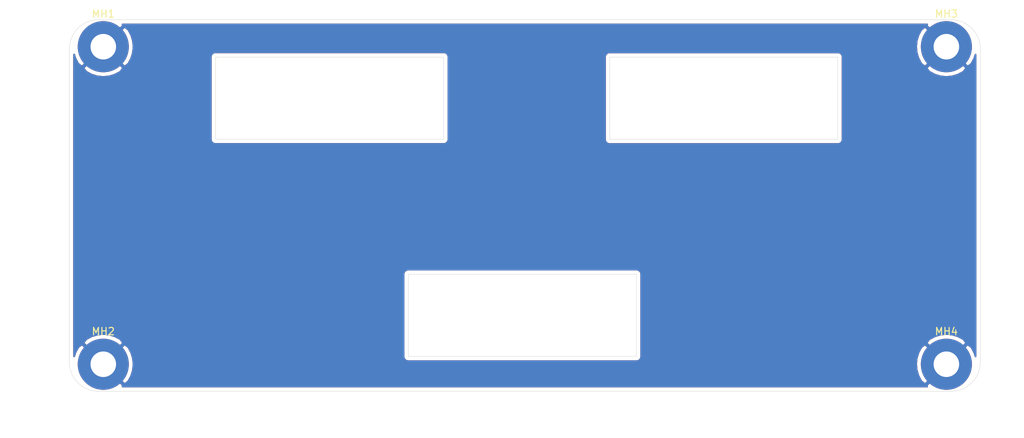
<source format=kicad_pcb>
(kicad_pcb (version 20171130) (host pcbnew "(5.1.9)-1")

  (general
    (thickness 1.6)
    (drawings 20)
    (tracks 0)
    (zones 0)
    (modules 4)
    (nets 2)
  )

  (page A4)
  (layers
    (0 F.Cu signal)
    (31 B.Cu signal)
    (32 B.Adhes user)
    (33 F.Adhes user)
    (34 B.Paste user)
    (35 F.Paste user)
    (36 B.SilkS user)
    (37 F.SilkS user)
    (38 B.Mask user)
    (39 F.Mask user)
    (40 Dwgs.User user)
    (41 Cmts.User user)
    (42 Eco1.User user)
    (43 Eco2.User user)
    (44 Edge.Cuts user)
    (45 Margin user)
    (46 B.CrtYd user)
    (47 F.CrtYd user)
    (48 B.Fab user)
    (49 F.Fab user)
  )

  (setup
    (last_trace_width 0.25)
    (trace_clearance 0.2)
    (zone_clearance 0.508)
    (zone_45_only no)
    (trace_min 0.2)
    (via_size 0.8)
    (via_drill 0.4)
    (via_min_size 0.4)
    (via_min_drill 0.3)
    (uvia_size 0.3)
    (uvia_drill 0.1)
    (uvias_allowed no)
    (uvia_min_size 0.2)
    (uvia_min_drill 0.1)
    (edge_width 0.05)
    (segment_width 0.2)
    (pcb_text_width 0.3)
    (pcb_text_size 1.5 1.5)
    (mod_edge_width 0.12)
    (mod_text_size 1 1)
    (mod_text_width 0.15)
    (pad_size 1.524 1.524)
    (pad_drill 0.762)
    (pad_to_mask_clearance 0)
    (aux_axis_origin 0 0)
    (visible_elements 7FFFFFFF)
    (pcbplotparams
      (layerselection 0x010fc_ffffffff)
      (usegerberextensions true)
      (usegerberattributes false)
      (usegerberadvancedattributes false)
      (creategerberjobfile false)
      (excludeedgelayer true)
      (linewidth 0.100000)
      (plotframeref false)
      (viasonmask false)
      (mode 1)
      (useauxorigin false)
      (hpglpennumber 1)
      (hpglpenspeed 20)
      (hpglpendiameter 15.000000)
      (psnegative false)
      (psa4output false)
      (plotreference true)
      (plotvalue false)
      (plotinvisibletext false)
      (padsonsilk false)
      (subtractmaskfromsilk true)
      (outputformat 1)
      (mirror false)
      (drillshape 0)
      (scaleselection 1)
      (outputdirectory "Gerber/"))
  )

  (net 0 "")
  (net 1 GND)

  (net_class Default "This is the default net class."
    (clearance 0.2)
    (trace_width 0.25)
    (via_dia 0.8)
    (via_drill 0.4)
    (uvia_dia 0.3)
    (uvia_drill 0.1)
    (add_net GND)
  )

  (module MountingHole:MountingHole_3.5mm_Pad (layer F.Cu) (tedit 56D1B4CB) (tstamp 61DF18A1)
    (at 4.65 3.7)
    (descr "Mounting Hole 3.5mm")
    (tags "mounting hole 3.5mm")
    (path /61DF182B)
    (attr virtual)
    (fp_text reference MH1 (at 0 -4.5) (layer F.SilkS)
      (effects (font (size 1 1) (thickness 0.15)))
    )
    (fp_text value MountingHole (at 0 4.5) (layer F.Fab)
      (effects (font (size 1 1) (thickness 0.15)))
    )
    (fp_circle (center 0 0) (end 3.75 0) (layer F.CrtYd) (width 0.05))
    (fp_circle (center 0 0) (end 3.5 0) (layer Cmts.User) (width 0.15))
    (fp_text user %R (at 0.3 0) (layer F.Fab)
      (effects (font (size 1 1) (thickness 0.15)))
    )
    (pad 1 thru_hole circle (at 0 0) (size 7 7) (drill 3.5) (layers *.Cu *.Mask)
      (net 1 GND))
  )

  (module MountingHole:MountingHole_3.5mm_Pad (layer F.Cu) (tedit 56D1B4CB) (tstamp 61DF18A9)
    (at 4.65 47.2)
    (descr "Mounting Hole 3.5mm")
    (tags "mounting hole 3.5mm")
    (path /61DF2A39)
    (attr virtual)
    (fp_text reference MH2 (at 0 -4.5) (layer F.SilkS)
      (effects (font (size 1 1) (thickness 0.15)))
    )
    (fp_text value MountingHole (at 0 4.5) (layer F.Fab)
      (effects (font (size 1 1) (thickness 0.15)))
    )
    (fp_text user %R (at 0.3 0) (layer F.Fab)
      (effects (font (size 1 1) (thickness 0.15)))
    )
    (fp_circle (center 0 0) (end 3.5 0) (layer Cmts.User) (width 0.15))
    (fp_circle (center 0 0) (end 3.75 0) (layer F.CrtYd) (width 0.05))
    (pad 1 thru_hole circle (at 0 0) (size 7 7) (drill 3.5) (layers *.Cu *.Mask)
      (net 1 GND))
  )

  (module MountingHole:MountingHole_3.5mm_Pad (layer F.Cu) (tedit 56D1B4CB) (tstamp 61DF18B1)
    (at 120.15 3.7)
    (descr "Mounting Hole 3.5mm")
    (tags "mounting hole 3.5mm")
    (path /61DF2F1E)
    (attr virtual)
    (fp_text reference MH3 (at 0 -4.5) (layer F.SilkS)
      (effects (font (size 1 1) (thickness 0.15)))
    )
    (fp_text value MountingHole (at 0 4.5) (layer F.Fab)
      (effects (font (size 1 1) (thickness 0.15)))
    )
    (fp_circle (center 0 0) (end 3.75 0) (layer F.CrtYd) (width 0.05))
    (fp_circle (center 0 0) (end 3.5 0) (layer Cmts.User) (width 0.15))
    (fp_text user %R (at 0.3 0) (layer F.Fab)
      (effects (font (size 1 1) (thickness 0.15)))
    )
    (pad 1 thru_hole circle (at 0 0) (size 7 7) (drill 3.5) (layers *.Cu *.Mask)
      (net 1 GND))
  )

  (module MountingHole:MountingHole_3.5mm_Pad (layer F.Cu) (tedit 56D1B4CB) (tstamp 61DF18B9)
    (at 120.15 47.2)
    (descr "Mounting Hole 3.5mm")
    (tags "mounting hole 3.5mm")
    (path /61DF33F4)
    (attr virtual)
    (fp_text reference MH4 (at 0 -4.5) (layer F.SilkS)
      (effects (font (size 1 1) (thickness 0.15)))
    )
    (fp_text value MountingHole (at 0 4.5) (layer F.Fab)
      (effects (font (size 1 1) (thickness 0.15)))
    )
    (fp_text user %R (at 0.3 0) (layer F.Fab)
      (effects (font (size 1 1) (thickness 0.15)))
    )
    (fp_circle (center 0 0) (end 3.5 0) (layer Cmts.User) (width 0.15))
    (fp_circle (center 0 0) (end 3.75 0) (layer F.CrtYd) (width 0.05))
    (pad 1 thru_hole circle (at 0 0) (size 7 7) (drill 3.5) (layers *.Cu *.Mask)
      (net 1 GND))
  )

  (gr_line (start 46.44 34.88) (end 77.69 34.88) (layer Edge.Cuts) (width 0.05) (tstamp 61DCF60F))
  (gr_line (start 77.69 34.88) (end 77.69 46.13) (layer Edge.Cuts) (width 0.05) (tstamp 61DCF60E))
  (gr_line (start 46.44 46.13) (end 77.69 46.13) (layer Edge.Cuts) (width 0.05) (tstamp 61DCF60D))
  (gr_line (start 46.44 34.88) (end 46.44 46.13) (layer Edge.Cuts) (width 0.05) (tstamp 61DCF60C))
  (gr_line (start 74.03 5.13) (end 105.28 5.13) (layer Edge.Cuts) (width 0.05) (tstamp 61DCF60F))
  (gr_line (start 105.28 5.13) (end 105.28 16.38) (layer Edge.Cuts) (width 0.05) (tstamp 61DCF60E))
  (gr_line (start 74.03 16.38) (end 105.28 16.38) (layer Edge.Cuts) (width 0.05) (tstamp 61DCF60D))
  (gr_line (start 74.03 5.13) (end 74.03 16.38) (layer Edge.Cuts) (width 0.05) (tstamp 61DCF60C))
  (gr_arc (start 4 46.9) (end 0 47) (angle -90) (layer Edge.Cuts) (width 0.05) (tstamp 61DC9B49))
  (gr_line (start 0 4) (end 0 47) (layer Edge.Cuts) (width 0.05) (tstamp 61DC9B48))
  (gr_arc (start 120.8 4) (end 124.8 4) (angle -90) (layer Edge.Cuts) (width 0.05) (tstamp 61DC9B47))
  (gr_line (start 4 0) (end 120.8 0) (layer Edge.Cuts) (width 0.05) (tstamp 61DC9B46))
  (gr_line (start 124.8 46.9) (end 124.8 4) (layer Edge.Cuts) (width 0.05) (tstamp 61DC9B45))
  (gr_line (start 4.1 50.9) (end 120.8 50.9) (layer Edge.Cuts) (width 0.05) (tstamp 61DC9B44))
  (gr_line (start 51.28 5.12) (end 51.28 16.37) (layer Edge.Cuts) (width 0.05) (tstamp 61DC9B43))
  (gr_arc (start 4 4) (end 4 0) (angle -90) (layer Edge.Cuts) (width 0.05) (tstamp 61DC9B42))
  (gr_line (start 20.03 5.12) (end 20.03 16.37) (layer Edge.Cuts) (width 0.05) (tstamp 61DC9B41))
  (gr_line (start 20.03 16.37) (end 51.28 16.37) (layer Edge.Cuts) (width 0.05) (tstamp 61DC9B40))
  (gr_line (start 20.03 5.12) (end 51.28 5.12) (layer Edge.Cuts) (width 0.05) (tstamp 61DC9B3F))
  (gr_arc (start 120.8 46.9) (end 120.8 50.9) (angle -90) (layer Edge.Cuts) (width 0.05) (tstamp 61DC9B3E))

  (zone (net 1) (net_name GND) (layer F.Cu) (tstamp 61DF197D) (hatch edge 0.508)
    (connect_pads (clearance 0.508))
    (min_thickness 0.254)
    (fill yes (arc_segments 32) (thermal_gap 0.508) (thermal_bridge_width 0.508))
    (polygon
      (pts
        (xy 130.8 56.1) (xy -9.5 56.1) (xy -2.5 -2.7) (xy 130.8 -2.7)
      )
    )
    (filled_polygon
      (pts
        (xy 117.41545 0.785845) (xy 120.15 3.520395) (xy 120.164143 3.506253) (xy 120.343748 3.685858) (xy 120.329605 3.7)
        (xy 123.064155 6.43455) (xy 123.58455 6.038366) (xy 123.974748 5.323388) (xy 124.140001 4.795208) (xy 124.14 46.111585)
        (xy 124.002415 45.643403) (xy 123.624715 44.921744) (xy 123.58455 44.861634) (xy 123.064155 44.46545) (xy 120.329605 47.2)
        (xy 120.343748 47.214143) (xy 120.164143 47.393748) (xy 120.15 47.379605) (xy 117.41545 50.114155) (xy 117.511258 50.24)
        (xy 7.288742 50.24) (xy 7.38455 50.114155) (xy 4.65 47.379605) (xy 4.635858 47.393748) (xy 4.456253 47.214143)
        (xy 4.470395 47.2) (xy 4.829605 47.2) (xy 7.564155 49.93455) (xy 8.08455 49.538366) (xy 8.474748 48.823388)
        (xy 8.717964 48.046024) (xy 8.804851 47.236147) (xy 8.798366 47.163853) (xy 115.995149 47.163853) (xy 116.067931 47.975118)
        (xy 116.297585 48.756597) (xy 116.675285 49.478256) (xy 116.71545 49.538366) (xy 117.235845 49.93455) (xy 119.970395 47.2)
        (xy 117.235845 44.46545) (xy 116.71545 44.861634) (xy 116.325252 45.576612) (xy 116.082036 46.353976) (xy 115.995149 47.163853)
        (xy 8.798366 47.163853) (xy 8.732069 46.424882) (xy 8.502415 45.643403) (xy 8.124715 44.921744) (xy 8.08455 44.861634)
        (xy 7.564155 44.46545) (xy 4.829605 47.2) (xy 4.470395 47.2) (xy 1.735845 44.46545) (xy 1.21545 44.861634)
        (xy 0.825252 45.576612) (xy 0.66 46.104788) (xy 0.66 44.285845) (xy 1.91545 44.285845) (xy 4.65 47.020395)
        (xy 7.38455 44.285845) (xy 6.988366 43.76545) (xy 6.273388 43.375252) (xy 5.496024 43.132036) (xy 4.686147 43.045149)
        (xy 3.874882 43.117931) (xy 3.093403 43.347585) (xy 2.371744 43.725285) (xy 2.311634 43.76545) (xy 1.91545 44.285845)
        (xy 0.66 44.285845) (xy 0.66 34.88) (xy 45.776807 34.88) (xy 45.78 34.912419) (xy 45.780001 46.097571)
        (xy 45.776807 46.13) (xy 45.78955 46.259383) (xy 45.82729 46.383793) (xy 45.888575 46.49845) (xy 45.971052 46.598948)
        (xy 46.07155 46.681425) (xy 46.186207 46.74271) (xy 46.310617 46.78045) (xy 46.407581 46.79) (xy 46.44 46.793193)
        (xy 46.472419 46.79) (xy 77.657581 46.79) (xy 77.69 46.793193) (xy 77.722419 46.79) (xy 77.819383 46.78045)
        (xy 77.943793 46.74271) (xy 78.05845 46.681425) (xy 78.158948 46.598948) (xy 78.241425 46.49845) (xy 78.30271 46.383793)
        (xy 78.34045 46.259383) (xy 78.353193 46.13) (xy 78.35 46.097581) (xy 78.35 44.285845) (xy 117.41545 44.285845)
        (xy 120.15 47.020395) (xy 122.88455 44.285845) (xy 122.488366 43.76545) (xy 121.773388 43.375252) (xy 120.996024 43.132036)
        (xy 120.186147 43.045149) (xy 119.374882 43.117931) (xy 118.593403 43.347585) (xy 117.871744 43.725285) (xy 117.811634 43.76545)
        (xy 117.41545 44.285845) (xy 78.35 44.285845) (xy 78.35 34.912419) (xy 78.353193 34.88) (xy 78.34045 34.750617)
        (xy 78.30271 34.626207) (xy 78.241425 34.51155) (xy 78.158948 34.411052) (xy 78.05845 34.328575) (xy 77.943793 34.26729)
        (xy 77.819383 34.22955) (xy 77.722419 34.22) (xy 77.69 34.216807) (xy 77.657581 34.22) (xy 46.472419 34.22)
        (xy 46.44 34.216807) (xy 46.407581 34.22) (xy 46.310617 34.22955) (xy 46.186207 34.26729) (xy 46.07155 34.328575)
        (xy 45.971052 34.411052) (xy 45.888575 34.51155) (xy 45.82729 34.626207) (xy 45.78955 34.750617) (xy 45.776807 34.88)
        (xy 0.66 34.88) (xy 0.66 6.614155) (xy 1.91545 6.614155) (xy 2.311634 7.13455) (xy 3.026612 7.524748)
        (xy 3.803976 7.767964) (xy 4.613853 7.854851) (xy 5.425118 7.782069) (xy 6.206597 7.552415) (xy 6.928256 7.174715)
        (xy 6.988366 7.13455) (xy 7.38455 6.614155) (xy 4.65 3.879605) (xy 1.91545 6.614155) (xy 0.66 6.614155)
        (xy 0.66 4.788415) (xy 0.797585 5.256597) (xy 1.175285 5.978256) (xy 1.21545 6.038366) (xy 1.735845 6.43455)
        (xy 4.470395 3.7) (xy 4.829605 3.7) (xy 7.564155 6.43455) (xy 8.08455 6.038366) (xy 8.474748 5.323388)
        (xy 8.538382 5.12) (xy 19.366807 5.12) (xy 19.37 5.152419) (xy 19.370001 16.337571) (xy 19.366807 16.37)
        (xy 19.37955 16.499383) (xy 19.41729 16.623793) (xy 19.478575 16.73845) (xy 19.561052 16.838948) (xy 19.66155 16.921425)
        (xy 19.776207 16.98271) (xy 19.900617 17.02045) (xy 19.997581 17.03) (xy 20.03 17.033193) (xy 20.062419 17.03)
        (xy 51.247581 17.03) (xy 51.28 17.033193) (xy 51.312419 17.03) (xy 51.409383 17.02045) (xy 51.533793 16.98271)
        (xy 51.64845 16.921425) (xy 51.748948 16.838948) (xy 51.831425 16.73845) (xy 51.89271 16.623793) (xy 51.93045 16.499383)
        (xy 51.943193 16.37) (xy 51.94 16.337581) (xy 51.94 5.152419) (xy 51.942208 5.13) (xy 73.366807 5.13)
        (xy 73.37 5.162419) (xy 73.370001 16.347571) (xy 73.366807 16.38) (xy 73.37955 16.509383) (xy 73.41729 16.633793)
        (xy 73.478575 16.74845) (xy 73.561052 16.848948) (xy 73.66155 16.931425) (xy 73.776207 16.99271) (xy 73.900617 17.03045)
        (xy 73.997581 17.04) (xy 74.03 17.043193) (xy 74.062419 17.04) (xy 105.247581 17.04) (xy 105.28 17.043193)
        (xy 105.312419 17.04) (xy 105.409383 17.03045) (xy 105.533793 16.99271) (xy 105.64845 16.931425) (xy 105.748948 16.848948)
        (xy 105.831425 16.74845) (xy 105.89271 16.633793) (xy 105.93045 16.509383) (xy 105.943193 16.38) (xy 105.94 16.347581)
        (xy 105.94 6.614155) (xy 117.41545 6.614155) (xy 117.811634 7.13455) (xy 118.526612 7.524748) (xy 119.303976 7.767964)
        (xy 120.113853 7.854851) (xy 120.925118 7.782069) (xy 121.706597 7.552415) (xy 122.428256 7.174715) (xy 122.488366 7.13455)
        (xy 122.88455 6.614155) (xy 120.15 3.879605) (xy 117.41545 6.614155) (xy 105.94 6.614155) (xy 105.94 5.162419)
        (xy 105.943193 5.13) (xy 105.93045 5.000617) (xy 105.89271 4.876207) (xy 105.831425 4.76155) (xy 105.748948 4.661052)
        (xy 105.64845 4.578575) (xy 105.533793 4.51729) (xy 105.409383 4.47955) (xy 105.312419 4.47) (xy 105.28 4.466807)
        (xy 105.247581 4.47) (xy 74.062419 4.47) (xy 74.03 4.466807) (xy 73.997581 4.47) (xy 73.900617 4.47955)
        (xy 73.776207 4.51729) (xy 73.66155 4.578575) (xy 73.561052 4.661052) (xy 73.478575 4.76155) (xy 73.41729 4.876207)
        (xy 73.37955 5.000617) (xy 73.366807 5.13) (xy 51.942208 5.13) (xy 51.943193 5.12) (xy 51.93045 4.990617)
        (xy 51.89271 4.866207) (xy 51.831425 4.75155) (xy 51.748948 4.651052) (xy 51.64845 4.568575) (xy 51.533793 4.50729)
        (xy 51.409383 4.46955) (xy 51.312419 4.46) (xy 51.28 4.456807) (xy 51.247581 4.46) (xy 20.062419 4.46)
        (xy 20.03 4.456807) (xy 19.928467 4.466807) (xy 19.900617 4.46955) (xy 19.776207 4.50729) (xy 19.66155 4.568575)
        (xy 19.561052 4.651052) (xy 19.478575 4.75155) (xy 19.41729 4.866207) (xy 19.37955 4.990617) (xy 19.366807 5.12)
        (xy 8.538382 5.12) (xy 8.717964 4.546024) (xy 8.804851 3.736147) (xy 8.798366 3.663853) (xy 115.995149 3.663853)
        (xy 116.067931 4.475118) (xy 116.297585 5.256597) (xy 116.675285 5.978256) (xy 116.71545 6.038366) (xy 117.235845 6.43455)
        (xy 119.970395 3.7) (xy 117.235845 0.96545) (xy 116.71545 1.361634) (xy 116.325252 2.076612) (xy 116.082036 2.853976)
        (xy 115.995149 3.663853) (xy 8.798366 3.663853) (xy 8.732069 2.924882) (xy 8.502415 2.143403) (xy 8.124715 1.421744)
        (xy 8.08455 1.361634) (xy 7.564155 0.96545) (xy 4.829605 3.7) (xy 4.470395 3.7) (xy 4.456253 3.685858)
        (xy 4.635858 3.506253) (xy 4.65 3.520395) (xy 7.38455 0.785845) (xy 7.288742 0.66) (xy 117.511258 0.66)
      )
    )
  )
  (zone (net 1) (net_name GND) (layer B.Cu) (tstamp 61DF197A) (hatch edge 0.508)
    (connect_pads (clearance 0.508))
    (min_thickness 0.254)
    (fill yes (arc_segments 32) (thermal_gap 0.508) (thermal_bridge_width 0.508))
    (polygon
      (pts
        (xy 130.8 57.3) (xy -6.3 57.3) (xy -5 -2.5) (xy 130.8 -2.5)
      )
    )
    (filled_polygon
      (pts
        (xy 117.41545 0.785845) (xy 120.15 3.520395) (xy 120.164143 3.506253) (xy 120.343748 3.685858) (xy 120.329605 3.7)
        (xy 123.064155 6.43455) (xy 123.58455 6.038366) (xy 123.974748 5.323388) (xy 124.140001 4.795208) (xy 124.14 46.111585)
        (xy 124.002415 45.643403) (xy 123.624715 44.921744) (xy 123.58455 44.861634) (xy 123.064155 44.46545) (xy 120.329605 47.2)
        (xy 120.343748 47.214143) (xy 120.164143 47.393748) (xy 120.15 47.379605) (xy 117.41545 50.114155) (xy 117.511258 50.24)
        (xy 7.288742 50.24) (xy 7.38455 50.114155) (xy 4.65 47.379605) (xy 4.635858 47.393748) (xy 4.456253 47.214143)
        (xy 4.470395 47.2) (xy 4.829605 47.2) (xy 7.564155 49.93455) (xy 8.08455 49.538366) (xy 8.474748 48.823388)
        (xy 8.717964 48.046024) (xy 8.804851 47.236147) (xy 8.798366 47.163853) (xy 115.995149 47.163853) (xy 116.067931 47.975118)
        (xy 116.297585 48.756597) (xy 116.675285 49.478256) (xy 116.71545 49.538366) (xy 117.235845 49.93455) (xy 119.970395 47.2)
        (xy 117.235845 44.46545) (xy 116.71545 44.861634) (xy 116.325252 45.576612) (xy 116.082036 46.353976) (xy 115.995149 47.163853)
        (xy 8.798366 47.163853) (xy 8.732069 46.424882) (xy 8.502415 45.643403) (xy 8.124715 44.921744) (xy 8.08455 44.861634)
        (xy 7.564155 44.46545) (xy 4.829605 47.2) (xy 4.470395 47.2) (xy 1.735845 44.46545) (xy 1.21545 44.861634)
        (xy 0.825252 45.576612) (xy 0.66 46.104788) (xy 0.66 44.285845) (xy 1.91545 44.285845) (xy 4.65 47.020395)
        (xy 7.38455 44.285845) (xy 6.988366 43.76545) (xy 6.273388 43.375252) (xy 5.496024 43.132036) (xy 4.686147 43.045149)
        (xy 3.874882 43.117931) (xy 3.093403 43.347585) (xy 2.371744 43.725285) (xy 2.311634 43.76545) (xy 1.91545 44.285845)
        (xy 0.66 44.285845) (xy 0.66 34.88) (xy 45.776807 34.88) (xy 45.78 34.912419) (xy 45.780001 46.097571)
        (xy 45.776807 46.13) (xy 45.78955 46.259383) (xy 45.82729 46.383793) (xy 45.888575 46.49845) (xy 45.971052 46.598948)
        (xy 46.07155 46.681425) (xy 46.186207 46.74271) (xy 46.310617 46.78045) (xy 46.407581 46.79) (xy 46.44 46.793193)
        (xy 46.472419 46.79) (xy 77.657581 46.79) (xy 77.69 46.793193) (xy 77.722419 46.79) (xy 77.819383 46.78045)
        (xy 77.943793 46.74271) (xy 78.05845 46.681425) (xy 78.158948 46.598948) (xy 78.241425 46.49845) (xy 78.30271 46.383793)
        (xy 78.34045 46.259383) (xy 78.353193 46.13) (xy 78.35 46.097581) (xy 78.35 44.285845) (xy 117.41545 44.285845)
        (xy 120.15 47.020395) (xy 122.88455 44.285845) (xy 122.488366 43.76545) (xy 121.773388 43.375252) (xy 120.996024 43.132036)
        (xy 120.186147 43.045149) (xy 119.374882 43.117931) (xy 118.593403 43.347585) (xy 117.871744 43.725285) (xy 117.811634 43.76545)
        (xy 117.41545 44.285845) (xy 78.35 44.285845) (xy 78.35 34.912419) (xy 78.353193 34.88) (xy 78.34045 34.750617)
        (xy 78.30271 34.626207) (xy 78.241425 34.51155) (xy 78.158948 34.411052) (xy 78.05845 34.328575) (xy 77.943793 34.26729)
        (xy 77.819383 34.22955) (xy 77.722419 34.22) (xy 77.69 34.216807) (xy 77.657581 34.22) (xy 46.472419 34.22)
        (xy 46.44 34.216807) (xy 46.407581 34.22) (xy 46.310617 34.22955) (xy 46.186207 34.26729) (xy 46.07155 34.328575)
        (xy 45.971052 34.411052) (xy 45.888575 34.51155) (xy 45.82729 34.626207) (xy 45.78955 34.750617) (xy 45.776807 34.88)
        (xy 0.66 34.88) (xy 0.66 6.614155) (xy 1.91545 6.614155) (xy 2.311634 7.13455) (xy 3.026612 7.524748)
        (xy 3.803976 7.767964) (xy 4.613853 7.854851) (xy 5.425118 7.782069) (xy 6.206597 7.552415) (xy 6.928256 7.174715)
        (xy 6.988366 7.13455) (xy 7.38455 6.614155) (xy 4.65 3.879605) (xy 1.91545 6.614155) (xy 0.66 6.614155)
        (xy 0.66 4.788415) (xy 0.797585 5.256597) (xy 1.175285 5.978256) (xy 1.21545 6.038366) (xy 1.735845 6.43455)
        (xy 4.470395 3.7) (xy 4.829605 3.7) (xy 7.564155 6.43455) (xy 8.08455 6.038366) (xy 8.474748 5.323388)
        (xy 8.538382 5.12) (xy 19.366807 5.12) (xy 19.37 5.152419) (xy 19.370001 16.337571) (xy 19.366807 16.37)
        (xy 19.37955 16.499383) (xy 19.41729 16.623793) (xy 19.478575 16.73845) (xy 19.561052 16.838948) (xy 19.66155 16.921425)
        (xy 19.776207 16.98271) (xy 19.900617 17.02045) (xy 19.997581 17.03) (xy 20.03 17.033193) (xy 20.062419 17.03)
        (xy 51.247581 17.03) (xy 51.28 17.033193) (xy 51.312419 17.03) (xy 51.409383 17.02045) (xy 51.533793 16.98271)
        (xy 51.64845 16.921425) (xy 51.748948 16.838948) (xy 51.831425 16.73845) (xy 51.89271 16.623793) (xy 51.93045 16.499383)
        (xy 51.943193 16.37) (xy 51.94 16.337581) (xy 51.94 5.152419) (xy 51.942208 5.13) (xy 73.366807 5.13)
        (xy 73.37 5.162419) (xy 73.370001 16.347571) (xy 73.366807 16.38) (xy 73.37955 16.509383) (xy 73.41729 16.633793)
        (xy 73.478575 16.74845) (xy 73.561052 16.848948) (xy 73.66155 16.931425) (xy 73.776207 16.99271) (xy 73.900617 17.03045)
        (xy 73.997581 17.04) (xy 74.03 17.043193) (xy 74.062419 17.04) (xy 105.247581 17.04) (xy 105.28 17.043193)
        (xy 105.312419 17.04) (xy 105.409383 17.03045) (xy 105.533793 16.99271) (xy 105.64845 16.931425) (xy 105.748948 16.848948)
        (xy 105.831425 16.74845) (xy 105.89271 16.633793) (xy 105.93045 16.509383) (xy 105.943193 16.38) (xy 105.94 16.347581)
        (xy 105.94 6.614155) (xy 117.41545 6.614155) (xy 117.811634 7.13455) (xy 118.526612 7.524748) (xy 119.303976 7.767964)
        (xy 120.113853 7.854851) (xy 120.925118 7.782069) (xy 121.706597 7.552415) (xy 122.428256 7.174715) (xy 122.488366 7.13455)
        (xy 122.88455 6.614155) (xy 120.15 3.879605) (xy 117.41545 6.614155) (xy 105.94 6.614155) (xy 105.94 5.162419)
        (xy 105.943193 5.13) (xy 105.93045 5.000617) (xy 105.89271 4.876207) (xy 105.831425 4.76155) (xy 105.748948 4.661052)
        (xy 105.64845 4.578575) (xy 105.533793 4.51729) (xy 105.409383 4.47955) (xy 105.312419 4.47) (xy 105.28 4.466807)
        (xy 105.247581 4.47) (xy 74.062419 4.47) (xy 74.03 4.466807) (xy 73.997581 4.47) (xy 73.900617 4.47955)
        (xy 73.776207 4.51729) (xy 73.66155 4.578575) (xy 73.561052 4.661052) (xy 73.478575 4.76155) (xy 73.41729 4.876207)
        (xy 73.37955 5.000617) (xy 73.366807 5.13) (xy 51.942208 5.13) (xy 51.943193 5.12) (xy 51.93045 4.990617)
        (xy 51.89271 4.866207) (xy 51.831425 4.75155) (xy 51.748948 4.651052) (xy 51.64845 4.568575) (xy 51.533793 4.50729)
        (xy 51.409383 4.46955) (xy 51.312419 4.46) (xy 51.28 4.456807) (xy 51.247581 4.46) (xy 20.062419 4.46)
        (xy 20.03 4.456807) (xy 19.928467 4.466807) (xy 19.900617 4.46955) (xy 19.776207 4.50729) (xy 19.66155 4.568575)
        (xy 19.561052 4.651052) (xy 19.478575 4.75155) (xy 19.41729 4.866207) (xy 19.37955 4.990617) (xy 19.366807 5.12)
        (xy 8.538382 5.12) (xy 8.717964 4.546024) (xy 8.804851 3.736147) (xy 8.798366 3.663853) (xy 115.995149 3.663853)
        (xy 116.067931 4.475118) (xy 116.297585 5.256597) (xy 116.675285 5.978256) (xy 116.71545 6.038366) (xy 117.235845 6.43455)
        (xy 119.970395 3.7) (xy 117.235845 0.96545) (xy 116.71545 1.361634) (xy 116.325252 2.076612) (xy 116.082036 2.853976)
        (xy 115.995149 3.663853) (xy 8.798366 3.663853) (xy 8.732069 2.924882) (xy 8.502415 2.143403) (xy 8.124715 1.421744)
        (xy 8.08455 1.361634) (xy 7.564155 0.96545) (xy 4.829605 3.7) (xy 4.470395 3.7) (xy 4.456253 3.685858)
        (xy 4.635858 3.506253) (xy 4.65 3.520395) (xy 7.38455 0.785845) (xy 7.288742 0.66) (xy 117.511258 0.66)
      )
    )
  )
)

</source>
